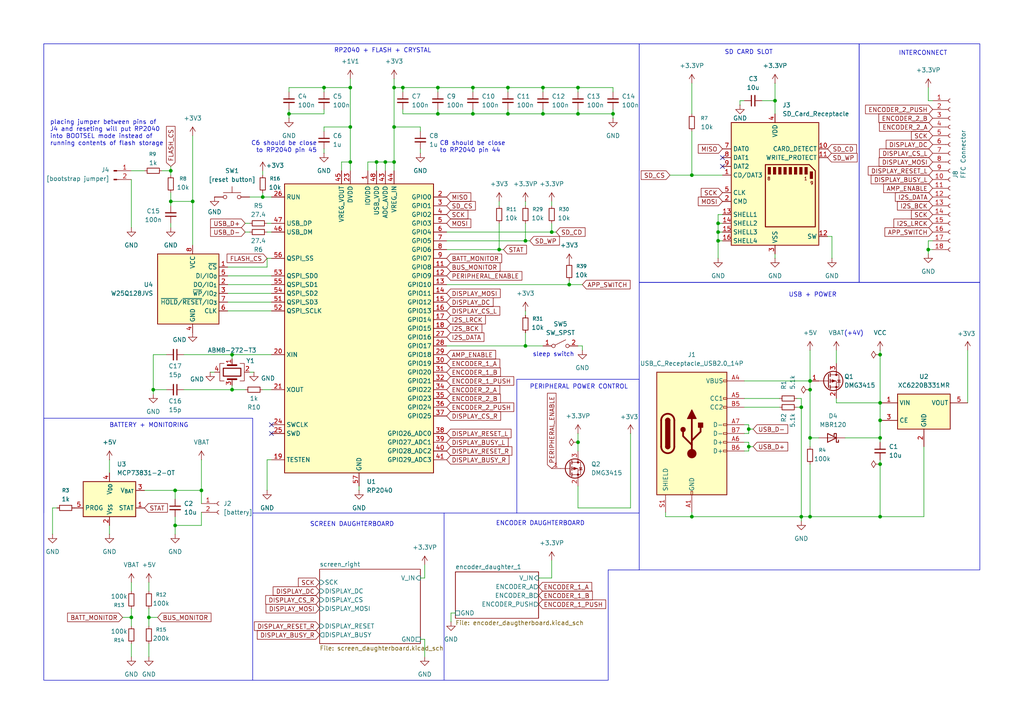
<source format=kicad_sch>
(kicad_sch (version 20250114) (generator "eeschema") (generator_version "9.0")
  (paper "A4")
  (rectangle (start 185.4 12.7) (end 249.2 81.9))
  (rectangle (start 12.7 121.3) (end 73.3 197.3))
  (rectangle (start 149.9 110) (end 185.4 148.8))
  (rectangle (start 185.4 81.9) (end 284.2 165.3))
  (rectangle (start 249.2 12.7) (end 284.2 81.9))
  (text "SCREEN DAUGHTERBOARD" (at 102.108 152.146 0) (effects (font (size 1.27 1.27))))
  (text "sleep switch" (at 160.528 102.87 0) (effects (font (size 1.27 1.27))))
  (text "SD CARD SLOT" (at 217.17 15.24 0) (effects (font (size 1.27 1.27))))
  (text "C8 should be close\nto RP2040 pin 44" (at 127.508 42.672 0) (effects (font (size 1.27 1.27)) (justify left)))
  (text "INTERCONNECT" (at 267.716 15.494 0) (effects (font (size 1.27 1.27))))
  (text "placing jumper between pins of\nJ4 and reseting will put RP2040\ninto BOOTSEL mode instead of\nrunning contents of flash storage" (at 14.478 34.798 0) (effects (font (size 1.27 1.27)) (justify left top)))
  (text "BATTERY + MONITORING" (at 43.18 123.444 0) (effects (font (size 1.27 1.27))))
  (text "ENCODER DAUGHTERBOARD" (at 156.718 151.892 0) (effects (font (size 1.27 1.27))))
  (text "C6 should be close\nto RP2040 pin 45" (at 91.948 42.672 0) (effects (font (size 1.27 1.27)) (justify right)))
  (text "(+4V)" (at 247.65 96.774 0) (effects (font (size 1.27 1.27))))
  (text "PERIPHERAL POWER CONTROL" (at 167.894 112.268 0) (effects (font (size 1.27 1.27))))
  (text "USB + POWER" (at 235.712 85.598 0) (effects (font (size 1.27 1.27))))
  (text "RP2040 + FLASH + CRYSTAL" (at 110.998 14.732 0) (effects (font (size 1.27 1.27))))
  (junction (at 116.84 25.4))
  (junction (at 200.66 149.86))
  (junction (at 127 25.4))
  (junction (at 127 33.02))
  (junction (at 101.6 46.99))
  (junction (at 147.32 25.4))
  (junction (at 50.8 152.4))
  (junction (at 50.8 142.24))
  (junction (at 49.53 49.53))
  (junction (at 269.24 72.39))
  (junction (at 217.17 124.46))
  (junction (at 137.16 33.02))
  (junction (at 200.66 50.8))
  (junction (at 49.53 58.42))
  (junction (at 83.82 33.02))
  (junction (at 255.27 121.92))
  (junction (at 58.42 142.24))
  (junction (at 232.41 149.86))
  (junction (at 114.3 46.99))
  (junction (at 234.95 149.86))
  (junction (at 114.3 25.4))
  (junction (at 152.4 100.33))
  (junction (at 234.95 127))
  (junction (at 167.64 25.4))
  (junction (at 255.27 134.62))
  (junction (at 144.78 72.39))
  (junction (at 255.27 127))
  (junction (at 232.41 118.11))
  (junction (at 152.4 69.85))
  (junction (at 93.98 25.4))
  (junction (at 167.64 128.27))
  (junction (at 114.3 36.83))
  (junction (at 217.17 129.54))
  (junction (at 177.8 33.02))
  (junction (at 208.28 67.31))
  (junction (at 160.02 67.31))
  (junction (at 137.16 25.4))
  (junction (at 111.76 46.99))
  (junction (at 224.79 29.21))
  (junction (at 165.1 82.55))
  (junction (at 109.22 46.99))
  (junction (at 167.64 33.02))
  (junction (at 255.27 116.84))
  (junction (at 44.45 113.03))
  (junction (at 55.88 58.42))
  (junction (at 234.95 110.49))
  (junction (at 38.1 179.07))
  (junction (at 101.6 36.83))
  (junction (at 234.95 113.03))
  (junction (at 208.28 69.85))
  (junction (at 255.27 149.86))
  (junction (at 43.18 179.07))
  (junction (at 67.31 102.87))
  (junction (at 255.27 102.87))
  (junction (at 101.6 25.4))
  (junction (at 76.2 57.15))
  (junction (at 147.32 33.02))
  (junction (at 157.48 25.4))
  (junction (at 67.31 113.03))
  (junction (at 157.48 33.02))
  (junction (at 208.28 64.77))
  (no_connect (at 209.55 45.72))
  (no_connect (at 209.55 48.26))
  (no_connect (at 78.74 125.73))
  (no_connect (at 78.74 123.19))
  (wire (pts (xy 93.98 25.4) (xy 93.98 26.67)))
  (wire (pts (xy 15.24 154.94) (xy 15.24 147.32)))
  (wire (pts (xy 38.1 49.53) (xy 41.91 49.53)))
  (wire (pts (xy 217.17 128.27) (xy 217.17 129.54)))
  (wire (pts (xy 160.02 162.56) (xy 160.02 167.64)))
  (wire (pts (xy 182.88 147.32) (xy 167.64 147.32)))
  (wire (pts (xy 234.95 127) (xy 234.95 129.54)))
  (wire (pts (xy 101.6 25.4) (xy 101.6 36.83)))
  (wire (pts (xy 83.82 26.67) (xy 83.82 25.4)))
  (wire (pts (xy 44.45 113.03) (xy 44.45 114.3)))
  (wire (pts (xy 72.39 57.15) (xy 76.2 57.15)))
  (wire (pts (xy 232.41 149.86) (xy 234.95 149.86)))
  (wire (pts (xy 93.98 33.02) (xy 83.82 33.02)))
  (wire (pts (xy 49.53 49.53) (xy 49.53 50.8)))
  (wire (pts (xy 58.42 133.35) (xy 58.42 142.24)))
  (wire (pts (xy 215.9 128.27) (xy 217.17 128.27)))
  (wire (pts (xy 77.47 64.77) (xy 78.74 64.77)))
  (wire (pts (xy 137.16 31.75) (xy 137.16 33.02)))
  (wire (pts (xy 121.92 36.83) (xy 114.3 36.83)))
  (wire (pts (xy 44.45 102.87) (xy 44.45 113.03)))
  (wire (pts (xy 177.8 33.02) (xy 177.8 31.75)))
  (polyline (pts (xy 128.8 148.8) (xy 128.8 197.3)))
  (wire (pts (xy 152.4 90.17) (xy 152.4 91.44)))
  (wire (pts (xy 43.18 179.07) (xy 43.18 181.61)))
  (wire (pts (xy 93.98 43.18) (xy 93.98 44.45)))
  (wire (pts (xy 93.98 36.83) (xy 101.6 36.83)))
  (wire (pts (xy 144.78 58.42) (xy 144.78 59.69)))
  (wire (pts (xy 152.4 69.85) (xy 129.54 69.85)))
  (wire (pts (xy 114.3 46.99) (xy 114.3 49.53)))
  (wire (pts (xy 77.47 77.47) (xy 77.47 74.93)))
  (wire (pts (xy 255.27 149.86) (xy 234.95 149.86)))
  (wire (pts (xy 43.18 176.53) (xy 43.18 179.07)))
  (wire (pts (xy 208.28 69.85) (xy 209.55 69.85)))
  (wire (pts (xy 49.53 58.42) (xy 55.88 58.42)))
  (wire (pts (xy 49.53 55.88) (xy 49.53 58.42)))
  (wire (pts (xy 99.06 46.99) (xy 101.6 46.99)))
  (wire (pts (xy 123.19 185.42) (xy 123.19 190.5)))
  (wire (pts (xy 55.88 58.42) (xy 55.88 71.12)))
  (wire (pts (xy 114.3 25.4) (xy 114.3 36.83)))
  (wire (pts (xy 217.17 129.54) (xy 218.44 129.54)))
  (wire (pts (xy 200.66 149.86) (xy 200.66 148.59)))
  (wire (pts (xy 77.47 67.31) (xy 78.74 67.31)))
  (wire (pts (xy 111.76 46.99) (xy 111.76 49.53)))
  (wire (pts (xy 66.04 77.47) (xy 77.47 77.47)))
  (wire (pts (xy 38.1 176.53) (xy 38.1 179.07)))
  (wire (pts (xy 240.03 68.58) (xy 241.3 68.58)))
  (wire (pts (xy 255.27 134.62) (xy 255.27 133.35)))
  (wire (pts (xy 232.41 115.57) (xy 232.41 118.11)))
  (wire (pts (xy 130.81 180.34) (xy 130.81 177.8)))
  (wire (pts (xy 215.9 110.49) (xy 234.95 110.49)))
  (polyline (pts (xy 12.7 148.8) (xy 12.7 12.7)))
  (wire (pts (xy 73.66 107.95) (xy 72.39 107.95)))
  (wire (pts (xy 269.24 72.39) (xy 269.24 69.85)))
  (wire (pts (xy 193.04 148.59) (xy 193.04 149.86)))
  (wire (pts (xy 71.12 64.77) (xy 72.39 64.77)))
  (wire (pts (xy 167.64 31.75) (xy 167.64 33.02)))
  (wire (pts (xy 77.47 133.35) (xy 78.74 133.35)))
  (wire (pts (xy 50.8 142.24) (xy 58.42 142.24)))
  (wire (pts (xy 242.57 101.6) (xy 242.57 105.41)))
  (wire (pts (xy 152.4 100.33) (xy 157.48 100.33)))
  (wire (pts (xy 129.54 100.33) (xy 152.4 100.33)))
  (wire (pts (xy 255.27 149.86) (xy 255.27 134.62)))
  (wire (pts (xy 232.41 149.86) (xy 200.66 149.86)))
  (wire (pts (xy 67.31 102.87) (xy 78.74 102.87)))
  (wire (pts (xy 66.04 85.09) (xy 78.74 85.09)))
  (wire (pts (xy 208.28 67.31) (xy 209.55 67.31)))
  (wire (pts (xy 167.64 25.4) (xy 167.64 26.67)))
  (wire (pts (xy 269.24 73.66) (xy 269.24 72.39)))
  (wire (pts (xy 267.97 149.86) (xy 267.97 129.54)))
  (wire (pts (xy 137.16 33.02) (xy 147.32 33.02)))
  (wire (pts (xy 177.8 26.67) (xy 177.8 25.4)))
  (wire (pts (xy 66.04 82.55) (xy 78.74 82.55)))
  (wire (pts (xy 93.98 38.1) (xy 93.98 36.83)))
  (wire (pts (xy 208.28 67.31) (xy 208.28 69.85)))
  (wire (pts (xy 214.63 29.21) (xy 214.63 30.48)))
  (wire (pts (xy 234.95 113.03) (xy 234.95 127)))
  (wire (pts (xy 127 33.02) (xy 137.16 33.02)))
  (wire (pts (xy 83.82 33.02) (xy 83.82 34.29)))
  (polyline (pts (xy 176.4 165.3) (xy 176.4 197.3)))
  (wire (pts (xy 160.02 58.42) (xy 160.02 59.69)))
  (wire (pts (xy 152.4 96.52) (xy 152.4 100.33)))
  (wire (pts (xy 109.22 46.99) (xy 109.22 49.53)))
  (wire (pts (xy 200.66 50.8) (xy 209.55 50.8)))
  (wire (pts (xy 50.8 149.86) (xy 50.8 152.4)))
  (wire (pts (xy 168.91 100.33) (xy 168.91 101.6)))
  (wire (pts (xy 114.3 22.86) (xy 114.3 25.4)))
  (wire (pts (xy 209.55 62.23) (xy 208.28 62.23)))
  (wire (pts (xy 157.48 33.02) (xy 167.64 33.02)))
  (wire (pts (xy 116.84 33.02) (xy 127 33.02)))
  (wire (pts (xy 200.66 24.13) (xy 200.66 33.02)))
  (wire (pts (xy 267.97 149.86) (xy 255.27 149.86)))
  (wire (pts (xy 101.6 22.86) (xy 101.6 25.4)))
  (wire (pts (xy 161.29 67.31) (xy 160.02 67.31)))
  (wire (pts (xy 269.24 29.21) (xy 270.51 29.21)))
  (wire (pts (xy 77.47 133.35) (xy 77.47 142.24)))
  (wire (pts (xy 49.53 48.26) (xy 49.53 49.53)))
  (wire (pts (xy 269.24 69.85) (xy 270.51 69.85)))
  (wire (pts (xy 76.2 55.88) (xy 76.2 57.15)))
  (wire (pts (xy 220.98 29.21) (xy 224.79 29.21)))
  (wire (pts (xy 58.42 142.24) (xy 58.42 146.05)))
  (wire (pts (xy 182.88 147.32) (xy 182.88 125.73)))
  (wire (pts (xy 76.2 49.53) (xy 76.2 50.8)))
  (wire (pts (xy 66.04 87.63) (xy 78.74 87.63)))
  (wire (pts (xy 93.98 31.75) (xy 93.98 33.02)))
  (wire (pts (xy 208.28 62.23) (xy 208.28 64.77)))
  (wire (pts (xy 53.34 113.03) (xy 67.31 113.03)))
  (wire (pts (xy 137.16 25.4) (xy 137.16 26.67)))
  (wire (pts (xy 116.84 25.4) (xy 114.3 25.4)))
  (wire (pts (xy 35.56 179.07) (xy 38.1 179.07)))
  (wire (pts (xy 147.32 33.02) (xy 157.48 33.02)))
  (wire (pts (xy 152.4 64.77) (xy 152.4 69.85)))
  (polyline (pts (xy 176.4 165.3) (xy 185.4 165.3)))
  (wire (pts (xy 66.04 90.17) (xy 78.74 90.17)))
  (wire (pts (xy 234.95 101.6) (xy 234.95 110.49)))
  (wire (pts (xy 93.98 25.4) (xy 101.6 25.4)))
  (wire (pts (xy 77.47 74.93) (xy 78.74 74.93)))
  (wire (pts (xy 67.31 113.03) (xy 71.12 113.03)))
  (wire (pts (xy 224.79 24.13) (xy 224.79 29.21)))
  (wire (pts (xy 31.75 133.35) (xy 31.75 137.16)))
  (wire (pts (xy 193.04 149.86) (xy 200.66 149.86)))
  (wire (pts (xy 137.16 25.4) (xy 147.32 25.4)))
  (wire (pts (xy 146.05 72.39) (xy 144.78 72.39)))
  (wire (pts (xy 157.48 25.4) (xy 167.64 25.4)))
  (wire (pts (xy 245.11 127) (xy 255.27 127)))
  (wire (pts (xy 58.42 152.4) (xy 50.8 152.4)))
  (wire (pts (xy 255.27 121.92) (xy 255.27 127)))
  (wire (pts (xy 217.17 124.46) (xy 217.17 125.73)))
  (wire (pts (xy 231.14 115.57) (xy 232.41 115.57)))
  (wire (pts (xy 31.75 152.4) (xy 31.75 154.94)))
  (wire (pts (xy 165.1 81.28) (xy 165.1 82.55)))
  (wire (pts (xy 83.82 33.02) (xy 83.82 31.75)))
  (wire (pts (xy 242.57 116.84) (xy 242.57 115.57)))
  (wire (pts (xy 38.1 168.91) (xy 38.1 171.45)))
  (wire (pts (xy 234.95 134.62) (xy 234.95 149.86)))
  (wire (pts (xy 224.79 73.66) (xy 224.79 74.93)))
  (wire (pts (xy 76.2 57.15) (xy 78.74 57.15)))
  (wire (pts (xy 255.27 116.84) (xy 255.27 121.92)))
  (wire (pts (xy 214.63 29.21) (xy 215.9 29.21)))
  (wire (pts (xy 104.14 142.24) (xy 104.14 140.97)))
  (polyline (pts (xy 73.3 148.8) (xy 149.9 148.8)))
  (wire (pts (xy 114.3 36.83) (xy 114.3 46.99)))
  (wire (pts (xy 43.18 179.07) (xy 45.72 179.07)))
  (wire (pts (xy 49.53 58.42) (xy 49.53 59.69)))
  (wire (pts (xy 269.24 25.4) (xy 269.24 29.21)))
  (wire (pts (xy 121.92 167.64) (xy 123.19 167.64)))
  (wire (pts (xy 217.17 124.46) (xy 218.44 124.46)))
  (wire (pts (xy 255.27 101.6) (xy 255.27 102.87)))
  (wire (pts (xy 49.53 49.53) (xy 46.99 49.53)))
  (wire (pts (xy 217.17 125.73) (xy 215.9 125.73)))
  (wire (pts (xy 234.95 127) (xy 237.49 127)))
  (wire (pts (xy 121.92 38.1) (xy 121.92 36.83)))
  (wire (pts (xy 101.6 46.99) (xy 101.6 49.53)))
  (wire (pts (xy 129.54 72.39) (xy 144.78 72.39)))
  (wire (pts (xy 101.6 36.83) (xy 101.6 46.99)))
  (wire (pts (xy 83.82 25.4) (xy 93.98 25.4)))
  (wire (pts (xy 217.17 129.54) (xy 217.17 130.81)))
  (wire (pts (xy 49.53 64.77) (xy 49.53 66.04)))
  (wire (pts (xy 60.96 107.95) (xy 62.23 107.95)))
  (wire (pts (xy 217.17 123.19) (xy 217.17 124.46)))
  (wire (pts (xy 147.32 31.75) (xy 147.32 33.02)))
  (wire (pts (xy 43.18 168.91) (xy 43.18 171.45)))
  (wire (pts (xy 208.28 64.77) (xy 209.55 64.77)))
  (wire (pts (xy 15.24 147.32) (xy 16.51 147.32)))
  (wire (pts (xy 99.06 49.53) (xy 99.06 46.99)))
  (wire (pts (xy 116.84 26.67) (xy 116.84 25.4)))
  (wire (pts (xy 242.57 116.84) (xy 255.27 116.84)))
  (wire (pts (xy 48.26 102.87) (xy 44.45 102.87)))
  (wire (pts (xy 234.95 110.49) (xy 234.95 113.03)))
  (wire (pts (xy 152.4 58.42) (xy 152.4 59.69)))
  (wire (pts (xy 127 31.75) (xy 127 33.02)))
  (wire (pts (xy 167.64 25.4) (xy 177.8 25.4)))
  (wire (pts (xy 194.31 50.8) (xy 200.66 50.8)))
  (polyline (pts (xy 12.7 12.7) (xy 185.4 12.7)))
  (wire (pts (xy 255.27 127) (xy 255.27 128.27)))
  (wire (pts (xy 50.8 142.24) (xy 50.8 144.78)))
  (wire (pts (xy 215.9 115.57) (xy 226.06 115.57)))
  (wire (pts (xy 157.48 25.4) (xy 157.48 26.67)))
  (wire (pts (xy 147.32 25.4) (xy 157.48 25.4)))
  (wire (pts (xy 224.79 29.21) (xy 224.79 33.02)))
  (wire (pts (xy 144.78 64.77) (xy 144.78 72.39)))
  (wire (pts (xy 165.1 82.55) (xy 168.91 82.55)))
  (wire (pts (xy 232.41 149.86) (xy 232.41 151.13)))
  (wire (pts (xy 153.67 69.85) (xy 152.4 69.85)))
  (wire (pts (xy 215.9 118.11) (xy 226.06 118.11)))
  (wire (pts (xy 66.04 80.01) (xy 78.74 80.01)))
  (wire (pts (xy 123.19 167.64) (xy 123.19 163.83)))
  (wire (pts (xy 106.68 46.99) (xy 109.22 46.99)))
  (wire (pts (xy 241.3 68.58) (xy 241.3 74.93)))
  (wire (pts (xy 147.32 25.4) (xy 147.32 26.67)))
  (wire (pts (xy 157.48 31.75) (xy 157.48 33.02)))
  (wire (pts (xy 167.64 147.32) (xy 167.64 140.97)))
  (wire (pts (xy 208.28 64.77) (xy 208.28 67.31)))
  (wire (pts (xy 111.76 46.99) (xy 114.3 46.99)))
  (wire (pts (xy 44.45 113.03) (xy 48.26 113.03)))
  (wire (pts (xy 167.64 33.02) (xy 177.8 33.02)))
  (wire (pts (xy 121.92 185.42) (xy 123.19 185.42)))
  (wire (pts (xy 109.22 46.99) (xy 111.76 46.99)))
  (wire (pts (xy 53.34 102.87) (xy 67.31 102.87)))
  (wire (pts (xy 255.27 102.87) (xy 255.27 116.84)))
  (wire (pts (xy 269.24 72.39) (xy 270.51 72.39)))
  (wire (pts (xy 208.28 69.85) (xy 208.28 74.93)))
  (wire (pts (xy 116.84 31.75) (xy 116.84 33.02)))
  (wire (pts (xy 55.88 39.37) (xy 55.88 58.42)))
  (wire (pts (xy 168.91 100.33) (xy 167.64 100.33)))
  (wire (pts (xy 127 25.4) (xy 137.16 25.4)))
  (wire (pts (xy 67.31 104.14) (xy 67.31 102.87)))
  (wire (pts (xy 156.21 167.64) (xy 160.02 167.64)))
  (wire (pts (xy 130.81 177.8) (xy 132.08 177.8)))
  (wire (pts (xy 160.02 67.31) (xy 129.54 67.31)))
  (wire (pts (xy 231.14 118.11) (xy 232.41 118.11)))
  (wire (pts (xy 71.12 67.31) (xy 72.39 67.31)))
  (wire (pts (xy 76.2 113.03) (xy 78.74 113.03)))
  (wire (pts (xy 160.02 64.77) (xy 160.02 67.31)))
  (wire (pts (xy 215.9 123.19) (xy 217.17 123.19)))
  (wire (pts (xy 167.64 128.27) (xy 167.64 130.81)))
  (wire (pts (xy 38.1 66.04) (xy 38.1 52.07)))
  (wire (pts (xy 280.67 101.6) (xy 280.67 116.84)))
  (wire (pts (xy 217.17 130.81) (xy 215.9 130.81)))
  (wire (pts (xy 116.84 25.4) (xy 127 25.4)))
  (wire (pts (xy 232.41 118.11) (xy 232.41 149.86)))
  (wire (pts (xy 121.92 43.18) (xy 121.92 44.45)))
  (polyline (pts (xy 73.3 197.3) (xy 176.4 197.3)))
  (wire (pts (xy 167.64 125.73) (xy 167.64 128.27)))
  (wire (pts (xy 127 25.4) (xy 127 26.67)))
  (wire (pts (xy 38.1 179.07) (xy 38.1 181.61)))
  (wire (pts (xy 50.8 152.4) (xy 50.8 154.94)))
  (wire (pts (xy 58.42 148.59) (xy 58.42 152.4)))
  (wire (pts (xy 41.91 142.24) (xy 50.8 142.24)))
  (wire (pts (xy 43.18 186.69) (xy 43.18 190.5)))
  (wire (pts (xy 177.8 33.02) (xy 177.8 34.29)))
  (wire (pts (xy 129.54 82.55) (xy 165.1 82.55)))
  (wire (pts (xy 67.31 113.03) (xy 67.31 111.76)))
  (wire (pts (xy 200.66 38.1) (xy 200.66 50.8)))
  (wire (pts (xy 106.68 49.53) (xy 106.68 46.99)))
  (wire (pts (xy 38.1 186.69) (xy 38.1 190.5)))
  (global_label "I2S_LRCK" (shape input) (at 129.54 92.71 0) (property "Intersheetrefs" "${INTERSHEET_REFS}" (effects (hide yes))))
  (global_label "SD_WP" (shape input) (at 153.67 69.85 0) (property "Intersheetrefs" "${INTERSHEET_REFS}" (effects (hide yes))))
  (global_label "I2S_LRCK" (shape input) (at 270.51 64.77 180) (property "Intersheetrefs" "${INTERSHEET_REFS}" (effects (hide yes))))
  (global_label "ENCODER_2_PUSH" (shape input) (at 129.54 118.11 0) (property "Intersheetrefs" "${INTERSHEET_REFS}" (effects (hide yes))))
  (global_label "SCK" (shape input) (at 129.54 62.23 0) (property "Intersheetrefs" "${INTERSHEET_REFS}" (effects (hide yes))))
  (global_label "PERIPHERAL_ENABLE" (shape input) (at 129.54 80.01 0) (property "Intersheetrefs" "${INTERSHEET_REFS}" (effects (hide yes))))
  (global_label "DISPLAY_CS_R" (shape input) (at 129.54 120.65 0) (property "Intersheetrefs" "${INTERSHEET_REFS}" (effects (hide yes))))
  (global_label "ENCODER_1_B" (shape input) (at 129.54 107.95 0) (property "Intersheetrefs" "${INTERSHEET_REFS}" (effects (hide yes))))
  (global_label "BATT_MONITOR" (shape input) (at 129.54 74.93 0) (property "Intersheetrefs" "${INTERSHEET_REFS}" (effects (hide yes))))
  (global_label "MOSI" (shape input) (at 209.55 58.42 180) (property "Intersheetrefs" "${INTERSHEET_REFS}" (effects (hide yes))))
  (global_label "DISPLAY_MOSI" (shape input) (at 92.71 176.53 180) (property "Intersheetrefs" "${INTERSHEET_REFS}" (effects (hide yes))))
  (global_label "FLASH_CS" (shape input) (at 49.53 48.26 90) (property "Intersheetrefs" "${INTERSHEET_REFS}" (effects (hide yes))))
  (global_label "ENCODER_2_B" (shape input) (at 270.51 34.29 180) (property "Intersheetrefs" "${INTERSHEET_REFS}" (effects (hide yes))))
  (global_label "DISPLAY_CS_R" (shape input) (at 92.71 173.99 180) (property "Intersheetrefs" "${INTERSHEET_REFS}" (effects (hide yes))))
  (global_label "ENCODER_1_A" (shape input) (at 129.54 105.41 0) (property "Intersheetrefs" "${INTERSHEET_REFS}" (effects (hide yes))))
  (global_label "STAT" (shape input) (at 146.05 72.39 0) (property "Intersheetrefs" "${INTERSHEET_REFS}" (effects (hide yes))))
  (global_label "ENCODER_1_PUSH" (shape input) (at 129.54 110.49 0) (property "Intersheetrefs" "${INTERSHEET_REFS}" (effects (hide yes))))
  (global_label "SD_CS" (shape input) (at 129.54 59.69 0) (property "Intersheetrefs" "${INTERSHEET_REFS}" (effects (hide yes))))
  (global_label "SD_CS" (shape input) (at 194.31 50.8 180) (property "Intersheetrefs" "${INTERSHEET_REFS}" (effects (hide yes))))
  (global_label "MOSI" (shape input) (at 129.54 64.77 0) (property "Intersheetrefs" "${INTERSHEET_REFS}" (effects (hide yes))))
  (global_label "DISPLAY_CS_L" (shape input) (at 270.51 44.45 180) (property "Intersheetrefs" "${INTERSHEET_REFS}" (effects (hide yes))))
  (global_label "I2S_BCK" (shape input) (at 129.54 95.25 0) (property "Intersheetrefs" "${INTERSHEET_REFS}" (effects (hide yes))))
  (global_label "ENCODER_1_B" (shape input) (at 156.21 172.72 0) (property "Intersheetrefs" "${INTERSHEET_REFS}" (effects (hide yes))))
  (global_label "BUS_MONITOR" (shape input) (at 45.72 179.07 0) (property "Intersheetrefs" "${INTERSHEET_REFS}" (effects (hide yes))))
  (global_label "I2S_DATA" (shape input) (at 270.51 57.15 180) (property "Intersheetrefs" "${INTERSHEET_REFS}" (effects (hide yes))))
  (global_label "DISPLAY_RESET_R" (shape input) (at 129.54 130.81 0) (property "Intersheetrefs" "${INTERSHEET_REFS}" (effects (hide yes))))
  (global_label "ENCODER_2_B" (shape input) (at 129.54 115.57 0) (property "Intersheetrefs" "${INTERSHEET_REFS}" (effects (hide yes))))
  (global_label "DISPLAY_BUSY_R" (shape input) (at 92.71 184.15 180) (property "Intersheetrefs" "${INTERSHEET_REFS}" (effects (hide yes))))
  (global_label "ENCODER_1_PUSH" (shape input) (at 156.21 175.26 0) (property "Intersheetrefs" "${INTERSHEET_REFS}" (effects (hide yes))))
  (global_label "SD_CD" (shape input) (at 161.29 67.31 0) (property "Intersheetrefs" "${INTERSHEET_REFS}" (effects (hide yes))))
  (global_label "APP_SWITCH" (shape input) (at 270.51 67.31 180) (property "Intersheetrefs" "${INTERSHEET_REFS}" (effects (hide yes))))
  (global_label "AMP_ENABLE" (shape input) (at 129.54 102.87 0) (property "Intersheetrefs" "${INTERSHEET_REFS}" (effects (hide yes))))
  (global_label "STAT" (shape input) (at 41.91 147.32 0) (property "Intersheetrefs" "${INTERSHEET_REFS}" (effects (hide yes))))
  (global_label "DISPLAY_DC" (shape input) (at 270.51 41.91 180) (property "Intersheetrefs" "${INTERSHEET_REFS}" (effects (hide yes))))
  (global_label "ENCODER_1_A" (shape input) (at 156.21 170.18 0) (property "Intersheetrefs" "${INTERSHEET_REFS}" (effects (hide yes))))
  (global_label "MISO" (shape input) (at 209.55 43.18 180) (property "Intersheetrefs" "${INTERSHEET_REFS}" (effects (hide yes))))
  (global_label "USB_D+" (shape input) (at 218.44 129.54 0) (property "Intersheetrefs" "${INTERSHEET_REFS}" (effects (hide yes))))
  (global_label "ENCODER_2_A" (shape input) (at 129.54 113.03 0) (property "Intersheetrefs" "${INTERSHEET_REFS}" (effects (hide yes))))
  (global_label "DISPLAY_BUSY_R" (shape input) (at 129.54 133.35 0) (property "Intersheetrefs" "${INTERSHEET_REFS}" (effects (hide yes))))
  (global_label "SD_WP" (shape input) (at 240.03 45.72 0) (property "Intersheetrefs" "${INTERSHEET_REFS}" (effects (hide yes))))
  (global_label "ENCODER_2_A" (shape input) (at 270.51 36.83 180) (property "Intersheetrefs" "${INTERSHEET_REFS}" (effects (hide yes))))
  (global_label "DISPLAY_DC" (shape input) (at 92.71 171.45 180) (property "Intersheetrefs" "${INTERSHEET_REFS}" (effects (hide yes))))
  (global_label "USB_D-" (shape input) (at 218.44 124.46 0) (property "Intersheetrefs" "${INTERSHEET_REFS}" (effects (hide yes))))
  (global_label "SCK" (shape input) (at 209.55 55.88 180) (property "Intersheetrefs" "${INTERSHEET_REFS}" (effects (hide yes))))
  (global_label "PERIPHERAL_ENABLE" (shape input) (at 160.02 135.89 90) (property "Intersheetrefs" "${INTERSHEET_REFS}" (effects (hide yes))))
  (global_label "FLASH_CS" (shape input) (at 77.47 74.93 180) (property "Intersheetrefs" "${INTERSHEET_REFS}" (effects (hide yes))))
  (global_label "APP_SWITCH" (shape input) (at 168.91 82.55 0) (property "Intersheetrefs" "${INTERSHEET_REFS}" (effects (hide yes))))
  (global_label "DISPLAY_DC" (shape input) (at 129.54 87.63 0) (property "Intersheetrefs" "${INTERSHEET_REFS}" (effects (hide yes))))
  (global_label "DISPLAY_CS_L" (shape input) (at 129.54 90.17 0) (property "Intersheetrefs" "${INTERSHEET_REFS}" (effects (hide yes))))
  (global_label "SD_CD" (shape input) (at 240.03 43.18 0) (property "Intersheetrefs" "${INTERSHEET_REFS}" (effects (hide yes))))
  (global_label "DISPLAY_BUSY_L" (shape input) (at 129.54 128.27 0) (property "Intersheetrefs" "${INTERSHEET_REFS}" (effects (hide yes))))
  (global_label "DISPLAY_RESET_L" (shape input) (at 270.51 49.53 180) (property "Intersheetrefs" "${INTERSHEET_REFS}" (effects (hide yes))))
  (global_label "DISPLAY_BUSY_L" (shape input) (at 270.51 52.07 180) (property "Intersheetrefs" "${INTERSHEET_REFS}" (effects (hide yes))))
  (global_label "USB_D-" (shape input) (at 71.12 67.31 180) (property "Intersheetrefs" "${INTERSHEET_REFS}" (effects (hide yes))))
  (global_label "MISO" (shape input) (at 129.54 57.15 0) (property "Intersheetrefs" "${INTERSHEET_REFS}" (effects (hide yes))))
  (global_label "ENCODER_2_PUSH" (shape input) (at 270.51 31.75 180) (property "Intersheetrefs" "${INTERSHEET_REFS}" (effects (hide yes))))
  (global_label "I2S_DATA" (shape input) (at 129.54 97.79 0) (property "Intersheetrefs" "${INTERSHEET_REFS}" (effects (hide yes))))
  (global_label "USB_D+" (shape input) (at 71.12 64.77 180) (property "Intersheetrefs" "${INTERSHEET_REFS}" (effects (hide yes))))
  (global_label "BUS_MONITOR" (shape input) (at 129.54 77.47 0) (property "Intersheetrefs" "${INTERSHEET_REFS}" (effects (hide yes))))
  (global_label "SCK" (shape input) (at 270.51 62.23 180) (property "Intersheetrefs" "${INTERSHEET_REFS}" (effects (hide yes))))
  (global_label "I2S_BCK" (shape input) (at 270.51 59.69 180) (property "Intersheetrefs" "${INTERSHEET_REFS}" (effects (hide yes))))
  (global_label "SCK" (shape input) (at 270.51 39.37 180) (property "Intersheetrefs" "${INTERSHEET_REFS}" (effects (hide yes))))
  (global_label "DISPLAY_RESET_R" (shape input) (at 92.71 181.61 180) (property "Intersheetrefs" "${INTERSHEET_REFS}" (effects (hide yes))))
  (global_label "DISPLAY_RESET_L" (shape input) (at 129.54 125.73 0) (property "Intersheetrefs" "${INTERSHEET_REFS}" (effects (hide yes))))
  (global_label "AMP_ENABLE" (shape input) (at 270.51 54.61 180) (property "Intersheetrefs" "${INTERSHEET_REFS}" (effects (hide yes))))
  (global_label "BATT_MONITOR" (shape input) (at 35.56 179.07 180) (property "Intersheetrefs" "${INTERSHEET_REFS}" (effects (hide yes))))
  (global_label "DISPLAY_MOSI" (shape input) (at 129.54 85.09 0) (property "Intersheetrefs" "${INTERSHEET_REFS}" (effects (hide yes))))
  (global_label "DISPLAY_MOSI" (shape input) (at 270.51 46.99 180) (property "Intersheetrefs" "${INTERSHEET_REFS}" (effects (hide yes))))
  (global_label "SCK" (shape input) (at 92.71 168.91 180) (property "Intersheetrefs" "${INTERSHEET_REFS}" (effects (hide yes))))
  (symbol (lib_id "Device:C_Small") (at 116.84 29.21 0) (unit 1)
    (property "Reference" "C7" (at 119.38 27.9462 0) (effects (justify left)))
    (property "Value" "100n" (at 119.38 30.4862 0) (effects (justify left)))
    (property "Footprint" "Capacitor_SMD:C_1206_3216Metric" (effects (hide yes)))
    (property "Description" "Unpolarized capacitor, small symbol" (effects (hide yes)))
  )
  (symbol (lib_id "power:GND") (at 60.96 107.95 0) (unit 1)
    (property "Reference" "#PWR041" (effects (hide yes)))
    (property "Value" "GND" (at 57.15 109.982 0))
    (property "Description" "Power symbol creates a global label with name \"GND\" , ground" (effects (hide yes)))
  )
  (symbol (lib_id "power:GND") (at 44.45 114.3 0) (unit 1)
    (property "Reference" "#PWR039" (effects (hide yes)))
    (property "Value" "GND" (at 44.45 119.38 0))
    (property "Description" "Power symbol creates a global label with name \"GND\" , ground" (effects (hide yes)))
  )
  (symbol (lib_id "power:GND") (at 208.28 74.93 0) (unit 1)
    (property "Reference" "#PWR022" (effects (hide yes)))
    (property "Value" "GND" (at 206.248 80.01 0) (effects (justify left)))
    (property "Description" "Power symbol creates a global label with name \"GND\" , ground" (effects (hide yes)))
  )
  (symbol (lib_name "R_Small_4") (lib_id "Device:R_Small") (at 38.1 173.99 180) (unit 1)
    (property "Reference" "R13" (at 34.544 175.514 0) (effects (font (size 1.016 1.016))))
    (property "Value" "100k" (at 34.544 172.974 0))
    (property "Footprint" "Resistor_SMD:R_1206_3216Metric" (effects (hide yes)))
    (property "Description" "Resistor, small symbol" (effects (hide yes)))
  )
  (symbol (lib_id "power:+3.3VP") (at 160.02 162.56 0) (unit 1)
    (property "Reference" "#PWR02" (effects (hide yes)))
    (property "Value" "+3.3VP" (at 160.02 157.48 0))
    (property "Description" "Power symbol creates a global label with name \"+3.3VP\"" (effects (hide yes)))
  )
  (symbol (lib_id "power:+3V3") (at 182.88 125.73 0) (unit 1)
    (property "Reference" "#PWR027" (effects (hide yes)))
    (property "Value" "+3V3" (at 179.832 120.904 0) (effects (justify left)))
    (property "Description" "Power symbol creates a global label with name \"+3V3\"" (effects (hide yes)))
  )
  (symbol (lib_id "power:GND") (at 31.75 154.94 0) (unit 1)
    (property "Reference" "#PWR010" (effects (hide yes)))
    (property "Value" "GND" (at 31.75 160.02 0))
    (property "Description" "Power symbol creates a global label with name \"GND\" , ground" (effects (hide yes)))
  )
  (symbol (lib_id "Device:C_Small") (at 137.16 29.21 0) (unit 1)
    (property "Reference" "C10" (at 139.7 27.9462 0) (effects (justify left)))
    (property "Value" "100n" (at 139.7 30.4862 0) (effects (justify left)))
    (property "Footprint" "Capacitor_SMD:C_1206_3216Metric" (effects (hide yes)))
    (property "Description" "Unpolarized capacitor, small symbol" (effects (hide yes)))
  )
  (symbol (lib_name "R_Small_3") (lib_id "Device:R_Small") (at 200.66 35.56 0) (unit 1)
    (property "Reference" "R7" (at 203.2 34.2899 0) (effects (font (size 1.016 1.016)) (justify left)))
    (property "Value" "10k" (at 203.2 36.8299 0) (effects (justify left)))
    (property "Footprint" "Resistor_SMD:R_1206_3216Metric" (effects (hide yes)))
    (property "Description" "Resistor, small symbol" (effects (hide yes)))
  )
  (symbol (lib_id "power:GND") (at 121.92 44.45 0) (unit 1)
    (property "Reference" "#PWR032" (effects (hide yes)))
    (property "Value" "GND" (at 121.92 49.53 0))
    (property "Description" "Power symbol creates a global label with name \"GND\" , ground" (effects (hide yes)))
  )
  (symbol (lib_id "Regulator_Linear:XC6220B331MR") (at 267.97 119.38 0) (unit 1)
    (property "Reference" "U2" (at 267.97 109.22 0))
    (property "Value" "XC6220B331MR" (at 267.97 111.76 0))
    (property "Footprint" "Package_TO_SOT_SMD:SOT-23-5" (effects (hide yes)))
    (property "Datasheet" "https://www.torexsemi.com/file/xc6220/XC6220.pdf" (effects (hide yes)))
    (property "Description" "1A, Low Drop-out Voltage Regulator, Fixed Output 3.3V, SOT-23-5" (effects (hide yes)))
  )
  (symbol (lib_id "power:GND") (at 73.66 107.95 0) (unit 1)
    (property "Reference" "#PWR040" (effects (hide yes)))
    (property "Value" "GND" (at 77.724 109.728 0))
    (property "Description" "Power symbol creates a global label with name \"GND\" , ground" (effects (hide yes)))
  )
  (symbol (lib_name "R_Small_4") (lib_id "Device:R_Small") (at 44.45 49.53 90) (unit 1)
    (property "Reference" "R9" (at 43.18 44.704 90) (effects (font (size 1.016 1.016)) (justify right)))
    (property "Value" "1k" (at 43.18 47.244 90) (effects (justify right)))
    (property "Footprint" "Resistor_SMD:R_1206_3216Metric" (effects (hide yes)))
    (property "Description" "Resistor, small symbol" (effects (hide yes)))
  )
  (symbol (lib_id "Device:C_Small") (at 167.64 29.21 0) (unit 1)
    (property "Reference" "C13" (at 170.18 27.9462 0) (effects (justify left)))
    (property "Value" "100n" (at 170.18 30.4862 0) (effects (justify left)))
    (property "Footprint" "Capacitor_SMD:C_1206_3216Metric" (effects (hide yes)))
    (property "Description" "Unpolarized capacitor, small symbol" (effects (hide yes)))
  )
  (symbol (lib_id "power:+3V3") (at 144.78 58.42 0) (unit 1)
    (property "Reference" "#PWR05" (effects (hide yes)))
    (property "Value" "+3V3" (at 144.78 53.34 0))
    (property "Description" "Power symbol creates a global label with name \"+3V3\"" (effects (hide yes)))
  )
  (symbol (lib_name "R_Small_4") (lib_id "Device:R_Small") (at 49.53 53.34 0) (unit 1)
    (property "Reference" "R8" (at 53.086 51.816 0) (effects (font (size 1.016 1.016))))
    (property "Value" "10k" (at 53.086 54.356 0))
    (property "Footprint" "Resistor_SMD:R_1206_3216Metric" (effects (hide yes)))
    (property "Description" "Resistor, small symbol" (effects (hide yes)))
  )
  (symbol (lib_id "Device:C_Small") (at 93.98 40.64 0) (unit 1)
    (property "Reference" "C6" (at 96.52 39.3762 0) (effects (justify left)))
    (property "Value" "1u" (at 96.52 41.9162 0) (effects (justify left)))
    (property "Footprint" "Capacitor_SMD:C_0805_2012Metric" (effects (hide yes)))
    (property "Description" "Unpolarized capacitor, small symbol" (effects (hide yes)))
  )
  (symbol (lib_id "Memory_Flash:W25Q128JVS") (at 55.88 83.82 180) (unit 1)
    (property "Reference" "U4" (at 44.45 82.5499 0) (effects (justify left)))
    (property "Value" "W25Q128JVS" (at 44.45 85.0899 0) (effects (justify left)))
    (property "Footprint" "Package_SO:SOIC-8_5.3x5.3mm_P1.27mm" (effects (hide yes)))
    (property "Datasheet" "https://www.winbond.com/resource-files/w25q128jv_dtr%20revc%2003272018%20plus.pdf" (effects (hide yes)))
    (property "Description" "128Mbit / 16MiB Serial Flash Memory, Standard/Dual/Quad SPI, 2.7-3.6V, SOIC-8" (effects (hide yes)))
  )
  (symbol (lib_name "R_Small_4") (lib_id "Device:R_Small") (at 43.18 184.15 0) (unit 1)
    (property "Reference" "R15" (at 46.736 182.626 0) (effects (font (size 1.016 1.016))))
    (property "Value" "200k" (at 46.736 185.166 0))
    (property "Footprint" "Resistor_SMD:R_0805_2012Metric" (effects (hide yes)))
    (property "Description" "Resistor, small symbol" (effects (hide yes)))
  )
  (symbol (lib_id "Device:C_Small") (at 50.8 102.87 270) (unit 1)
    (property "Reference" "C17" (at 50.8 106.172 90))
    (property "Value" "15p" (at 50.8 108.712 90))
    (property "Footprint" "Capacitor_SMD:C_0805_2012Metric" (effects (hide yes)))
    (property "Description" "Unpolarized capacitor, small symbol" (effects (hide yes)))
  )
  (symbol (lib_id "power:+3V3") (at 280.67 101.6 0) (unit 1)
    (property "Reference" "#PWR09" (effects (hide yes)))
    (property "Value" "+3V3" (at 277.622 96.774 0) (effects (justify left)))
    (property "Description" "Power symbol creates a global label with name \"+3V3\"" (effects (hide yes)))
  )
  (symbol (lib_id "Device:C_Small") (at 121.92 40.64 0) (unit 1)
    (property "Reference" "C8" (at 124.46 39.3762 0) (effects (justify left)))
    (property "Value" "1u" (at 124.46 41.9162 0) (effects (justify left)))
    (property "Footprint" "Capacitor_SMD:C_0805_2012Metric" (effects (hide yes)))
    (property "Description" "Unpolarized capacitor, small symbol" (effects (hide yes)))
  )
  (symbol (lib_id "power:+3V3") (at 76.2 49.53 0) (unit 1)
    (property "Reference" "#PWR043" (effects (hide yes)))
    (property "Value" "+3V3" (at 79.756 48.006 0))
    (property "Description" "Power symbol creates a global label with name \"+3V3\"" (effects (hide yes)))
  )
  (symbol (lib_id "power:+5V") (at 234.95 101.6 0) (unit 1)
    (property "Reference" "#PWR03" (effects (hide yes)))
    (property "Value" "+5V" (at 234.95 96.52 0))
    (property "Description" "Power symbol creates a global label with name \"+5V\"" (effects (hide yes)))
  )
  (symbol (lib_id "Device:C_Small") (at 255.27 130.81 0) (unit 1)
    (property "Reference" "C1" (at 257.81 129.5462 0) (effects (justify left)))
    (property "Value" "10u" (at 257.81 132.0862 0) (effects (justify left)))
    (property "Footprint" "Capacitor_SMD:C_0805_2012Metric" (effects (hide yes)))
    (property "Description" "Unpolarized capacitor, small symbol" (effects (hide yes)))
  )
  (symbol (lib_id "power:GND") (at 55.88 96.52 0) (unit 1)
    (property "Reference" "#PWR037" (effects (hide yes)))
    (property "Value" "GND" (at 52.07 98.552 0))
    (property "Description" "Power symbol creates a global label with name \"GND\" , ground" (effects (hide yes)))
  )
  (symbol (lib_id "Switch:SW_Push") (at 67.31 57.15 0) (unit 1)
    (property "Reference" "SW1" (at 67.31 49.53 0))
    (property "Value" "[reset button]" (at 67.31 52.07 0))
    (property "Description" "Push button switch, generic, two pins" (effects (hide yes)))
  )
  (symbol (lib_id "Device:C_Small") (at 93.98 29.21 0) (unit 1)
    (property "Reference" "C5" (at 96.52 27.9462 0) (effects (justify left)))
    (property "Value" "100n" (at 96.52 30.4862 0) (effects (justify left)))
    (property "Footprint" "Capacitor_SMD:C_1206_3216Metric" (effects (hide yes)))
    (property "Description" "Unpolarized capacitor, small symbol" (effects (hide yes)))
  )
  (symbol (lib_id "power:+4V") (at 58.42 133.35 0) (unit 1)
    (property "Reference" "#PWR013" (effects (hide yes)))
    (property "Value" "VBAT" (at 56.134 128.27 0) (effects (justify left)))
    (property "Description" "Power symbol creates a global label with name \"+4V\"" (effects (hide yes)))
  )
  (symbol (lib_id "power:+3.3VP") (at 224.79 24.13 0) (unit 1)
    (property "Reference" "#PWR023" (effects (hide yes)))
    (property "Value" "+3.3VP" (at 224.79 19.05 0))
    (property "Description" "Power symbol creates a global label with name \"+3.3VP\"" (effects (hide yes)))
  )
  (symbol (lib_id "Device:C_Small") (at 49.53 62.23 180) (unit 1)
    (property "Reference" "C15" (at 44.45 61.214 0))
    (property "Value" "100n" (at 44.45 63.754 0))
    (property "Footprint" "Capacitor_SMD:C_1206_3216Metric" (effects (hide yes)))
    (property "Description" "Unpolarized capacitor, small symbol" (effects (hide yes)))
  )
  (symbol (lib_id "Device:C_Small") (at 157.48 29.21 0) (unit 1)
    (property "Reference" "C12" (at 160.02 27.9462 0) (effects (justify left)))
    (property "Value" "100n" (at 160.02 30.4862 0) (effects (justify left)))
    (property "Footprint" "Capacitor_SMD:C_1206_3216Metric" (effects (hide yes)))
    (property "Description" "Unpolarized capacitor, small symbol" (effects (hide yes)))
  )
  (symbol (lib_id "Device:Q_PMOS_GSD") (at 240.03 110.49 0) (unit 1)
    (property "Reference" "Q1" (at 244.856 109.22 0) (effects (justify left)))
    (property "Value" "DMG3415" (at 244.856 111.76 0) (effects (justify left)))
    (property "Footprint" "Package_TO_SOT_SMD:SOT-23" (effects (hide yes)))
  )
  (symbol (lib_id "Device:C_Small") (at 147.32 29.21 0) (unit 1)
    (property "Reference" "C11" (at 149.86 27.9462 0) (effects (justify left)))
    (property "Value" "100n" (at 149.86 30.4862 0) (effects (justify left)))
    (property "Footprint" "Capacitor_SMD:C_1206_3216Metric" (effects (hide yes)))
    (property "Description" "Unpolarized capacitor, small symbol" (effects (hide yes)))
  )
  (symbol (lib_id "Device:C_Small") (at 177.8 29.21 0) (unit 1)
    (property "Reference" "C14" (at 180.34 27.9462 0) (effects (justify left)))
    (property "Value" "100n" (at 180.34 30.4862 0) (effects (justify left)))
    (property "Footprint" "Capacitor_SMD:C_1206_3216Metric" (effects (hide yes)))
    (property "Description" "Unpolarized capacitor, small symbol" (effects (hide yes)))
  )
  (symbol (lib_id "Connector:SD_Card_Receptacle") (at 224.79 53.34 0) (unit 1)
    (property "Reference" "J3" (at 226.9333 30.48 0) (effects (justify left)))
    (property "Value" "SD_Card_Receptacle" (at 226.9333 33.02 0) (effects (justify left)))
    (property "Footprint" "Connector_Card:SD_Hirose_DM1AA_SF_PEJ82" (effects (hide yes)))
    (property "Datasheet" "http://portal.fciconnect.com/Comergent//fci/drawing/10067847.pdf" (effects (hide yes)))
    (property "Description" "SD card receptacle" (effects (hide yes)))
  )
  (symbol (lib_name "R_Small_4") (lib_id "Device:R_Small") (at 43.18 173.99 0) (unit 1)
    (property "Reference" "R12" (at 46.736 172.466 0) (effects (font (size 1.016 1.016))))
    (property "Value" "100k" (at 46.736 175.006 0))
    (property "Footprint" "Resistor_SMD:R_1206_3216Metric" (effects (hide yes)))
    (property "Description" "Resistor, small symbol" (effects (hide yes)))
  )
  (symbol (lib_id "power:+4V") (at 38.1 168.91 0) (unit 1)
    (property "Reference" "#PWR017" (effects (hide yes)))
    (property "Value" "VBAT" (at 38.1 163.83 0))
    (property "Description" "Power symbol creates a global label with name \"+4V\"" (effects (hide yes)))
  )
  (symbol (lib_id "Connector:USB_C_Receptacle_USB2.0_14P") (at 200.66 125.73 0) (unit 1)
    (property "Reference" "J1" (at 200.66 102.87 0))
    (property "Value" "USB_C_Receptacle_USB2.0_14P" (at 200.66 105.41 0))
    (property "Footprint" "Connector_USB:USB_C_Receptacle_GCT_USB4105-xx-A_16P_TopMnt_Horizontal" (effects (hide yes)))
    (property "Datasheet" "https://www.usb.org/sites/default/files/documents/usb_type-c.zip" (effects (hide yes)))
    (property "Description" "USB 2.0-only 14P Type-C Receptacle connector" (effects (hide yes)))
  )
  (symbol (lib_id "MCU_RaspberryPi:RP2040") (at 104.14 95.25 0) (unit 1)
    (property "Reference" "U1" (at 106.3341 139.7 0) (effects (justify left)))
    (property "Value" "RP2040" (at 106.3341 142.24 0) (effects (justify left)))
    (property "Footprint" "Package_DFN_QFN:QFN-56-1EP_7x7mm_P0.4mm_EP3.2x3.2mm" (effects (hide yes)))
    (property "Datasheet" "https://datasheets.raspberrypi.com/rp2040/rp2040-datasheet.pdf" (effects (hide yes)))
    (property "Description" "A microcontroller by Raspberry Pi" (effects (hide yes)))
  )
  (symbol (lib_id "power:+1V1") (at 101.6 22.86 0) (unit 1)
    (property "Reference" "#PWR028" (effects (hide yes)))
    (property "Value" "+1V1" (at 101.6 17.78 0))
    (property "Description" "Power symbol creates a global label with name \"+1V1\"" (effects (hide yes)))
  )
  (symbol (lib_id "power:+5V") (at 43.18 168.91 0) (unit 1)
    (property "Reference" "#PWR018" (effects (hide yes)))
    (property "Value" "+5V" (at 43.18 163.83 0))
    (property "Description" "Power symbol creates a global label with name \"+5V\"" (effects (hide yes)))
  )
  (symbol (lib_id "power:+3.3VP") (at 269.24 25.4 0) (unit 1)
    (property "Reference" "#PWR0112" (effects (hide yes)))
    (property "Value" "+3.3VP" (at 269.24 20.32 0))
    (property "Description" "Power symbol creates a global label with name \"+3.3VP\"" (effects (hide yes)))
  )
  (symbol (lib_id "Device:D_Schottky") (at 241.3 127 180) (unit 1)
    (property "Reference" "D4" (at 241.6175 120.65 0))
    (property "Value" "MBR120" (at 241.6175 123.19 0))
    (property "Footprint" "Diode_SMD:D_SOD-123" (effects (hide yes)))
  )
  (symbol (lib_name "R_Small_4") (lib_id "Device:R_Small") (at 144.78 62.23 0) (unit 1)
    (property "Reference" "R11" (at 148.336 60.706 0) (effects (font (size 1.016 1.016))))
    (property "Value" "10k" (at 148.336 63.246 0))
    (property "Footprint" "Resistor_SMD:R_1206_3216Metric" (effects (hide yes)))
    (property "Description" "Resistor, small symbol" (effects (hide yes)))
  )
  (symbol (lib_id "power:+3V3") (at 165.1 76.2 0) (unit 1)
    (property "Reference" "#PWR0110" (effects (hide yes)))
    (property "Value" "+3V3" (at 165.1 71.12 0))
    (property "Description" "Power symbol creates a global label with name \"+3V3\"" (effects (hide yes)))
  )
  (symbol (lib_id "power:GND") (at 214.63 30.48 0) (unit 1)
    (property "Reference" "#PWR024" (effects (hide yes)))
    (property "Value" "GND" (at 212.598 34.29 0) (effects (justify left)))
    (property "Description" "Power symbol creates a global label with name \"GND\" , ground" (effects (hide yes)))
  )
  (symbol (lib_id "Device:Q_PMOS_GSD") (at 165.1 135.89 0) (unit 1)
    (property "Reference" "Q2" (at 171.45 134.6199 0) (effects (justify left)))
    (property "Value" "DMG3415" (at 171.45 137.1599 0) (effects (justify left)))
    (property "Footprint" "Package_TO_SOT_SMD:SOT-23" (effects (hide yes)))
  )
  (symbol (lib_id "power:GND") (at 232.41 151.13 0) (unit 1)
    (property "Reference" "#PWR01" (effects (hide yes)))
    (property "Value" "GND" (at 232.41 156.21 0))
    (property "Description" "Power symbol creates a global label with name \"GND\" , ground" (effects (hide yes)))
  )
  (symbol (lib_id "power:+5V") (at 31.75 133.35 0) (unit 1)
    (property "Reference" "#PWR011" (effects (hide yes)))
    (property "Value" "+5V" (at 31.75 128.27 0))
    (property "Description" "Power symbol creates a global label with name \"+5V\"" (effects (hide yes)))
  )
  (symbol (lib_id "power:GND") (at 241.3 74.93 0) (unit 1)
    (property "Reference" "#PWR07" (effects (hide yes)))
    (property "Value" "GND" (at 241.3 80.01 0))
    (property "Description" "Power symbol creates a global label with name \"GND\" , ground" (effects (hide yes)))
  )
  (symbol (lib_id "Device:C_Small") (at 50.8 147.32 0) (unit 1)
    (property "Reference" "C2" (at 53.34 146.0562 0) (effects (justify left)))
    (property "Value" "10u" (at 53.34 148.5962 0) (effects (justify left)))
    (property "Footprint" "Capacitor_SMD:C_0805_2012Metric" (effects (hide yes)))
    (property "Description" "Unpolarized capacitor, small symbol" (effects (hide yes)))
  )
  (symbol (lib_id "power:GND") (at 38.1 190.5 0) (unit 1)
    (property "Reference" "#PWR016" (effects (hide yes)))
    (property "Value" "GND" (at 38.1 195.58 0))
    (property "Description" "Power symbol creates a global label with name \"GND\" , ground" (effects (hide yes)))
  )
  (symbol (lib_id "power:GND") (at 269.24 73.66 0) (unit 1)
    (property "Reference" "#PWR0113" (effects (hide yes)))
    (property "Value" "GND" (at 269.24 78.74 0))
    (property "Description" "Power symbol creates a global label with name \"GND\" , ground" (effects (hide yes)))
  )
  (symbol (lib_id "power:GND") (at 83.82 34.29 0) (unit 1)
    (property "Reference" "#PWR031" (effects (hide yes)))
    (property "Value" "GND" (at 83.82 39.37 0))
    (property "Description" "Power symbol creates a global label with name \"GND\" , ground" (effects (hide yes)))
  )
  (symbol (lib_name "R_Small_4") (lib_id "Device:R_Small") (at 234.95 132.08 0) (unit 1)
    (property "Reference" "R4" (at 238.506 130.556 0) (effects (font (size 1.016 1.016))))
    (property "Value" "100k" (at 238.506 133.096 0))
    (property "Footprint" "Resistor_SMD:R_1206_3216Metric" (effects (hide yes)))
    (property "Description" "Resistor, small symbol" (effects (hide yes)))
  )
  (symbol (lib_name "R_Small_4") (lib_id "Device:R_Small") (at 152.4 93.98 0) (unit 1)
    (property "Reference" "R31" (at 155.956 92.456 0) (effects (font (size 1.016 1.016))))
    (property "Value" "10k" (at 155.956 94.996 0))
    (property "Footprint" "Resistor_SMD:R_1206_3216Metric" (effects (hide yes)))
    (property "Description" "Resistor, small symbol" (effects (hide yes)))
  )
  (symbol (lib_name "R_Small_1") (lib_id "Device:R_Small") (at 19.05 147.32 90) (unit 1)
    (property "Reference" "R3" (at 19.05 142.24 90) (effects (font (size 1.016 1.016))))
    (property "Value" "1k" (at 19.05 144.78 90))
    (property "Footprint" "Resistor_SMD:R_1206_3216Metric" (effects (hide yes)))
    (property "Description" "Resistor, small symbol" (effects (hide yes)))
  )
  (symbol (lib_id "power:GND") (at 50.8 154.94 0) (unit 1)
    (property "Reference" "#PWR014" (effects (hide yes)))
    (property "Value" "GND" (at 50.8 160.02 0))
    (property "Description" "Power symbol creates a global label with name \"GND\" , ground" (effects (hide yes)))
  )
  (symbol (lib_id "Device:Crystal_GND24") (at 67.31 107.95 270) (unit 1)
    (property "Reference" "Y1" (at 72.644 104.648 90))
    (property "Value" "ABM8-272-T3" (at 67.31 101.6 90))
    (property "Footprint" "Crystal:Crystal_SMD_3225-4Pin_3.2x2.5mm" (effects (hide yes)))
    (property "Description" "Four pin crystal, GND on pins 2 and 4" (effects (hide yes)))
  )
  (symbol (lib_id "power:PWR_FLAG") (at 234.95 113.03 90) (unit 1)
    (property "Reference" "#FLG01" (effects (hide yes)))
    (property "Value" "PWR_FLAG" (effects (hide yes)))
    (property "Description" "Special symbol for telling ERC where power comes from" (effects (hide yes)))
  )
  (symbol (lib_name "R_Small_4") (lib_id "Device:R_Small") (at 165.1 78.74 0) (unit 1)
    (property "Reference" "R39" (at 168.656 77.216 0) (effects (font (size 1.016 1.016))))
    (property "Value" "10k" (at 168.656 79.756 0))
    (property "Footprint" "Resistor_SMD:R_1206_3216Metric" (effects (hide yes)))
    (property "Description" "Resistor, small symbol" (effects (hide yes)))
  )
  (symbol (lib_id "power:GND") (at 77.47 142.24 0) (unit 1)
    (property "Reference" "#PWR020" (effects (hide yes)))
    (property "Value" "GND" (at 75.438 147.32 0) (effects (justify left)))
    (property "Description" "Power symbol creates a global label with name \"GND\" , ground" (effects (hide yes)))
  )
  (symbol (lib_id "Connector:Conn_01x02_Pin") (at 33.02 49.53 0) (unit 1)
    (property "Reference" "J4" (at 31.75 49.276 0) (effects (justify right)))
    (property "Value" "[bootstrap jumper]" (at 31.75 51.816 0) (effects (justify right)))
    (property "Footprint" "Connector_PinHeader_1.00mm:PinHeader_1x02_P1.00mm_Vertical" (effects (hide yes)))
    (property "Description" "Generic connector, single row, 01x02, script generated" (effects (hide yes)))
  )
  (symbol (lib_id "power:+3V3") (at 114.3 22.86 0) (unit 1)
    (property "Reference" "#PWR029" (effects (hide yes)))
    (property "Value" "+3V3" (at 114.3 17.78 0))
    (property "Description" "Power symbol creates a global label with name \"+3V3\"" (effects (hide yes)))
  )
  (symbol (lib_id "Switch:SW_SPST") (at 162.56 100.33 0) (unit 1)
    (property "Reference" "SW5" (at 162.56 93.98 0))
    (property "Value" "SW_SPST" (at 162.56 96.52 0))
    (property "Description" "Single Pole Single Throw (SPST) switch" (effects (hide yes)))
  )
  (symbol (lib_id "Connector:Conn_01x02_Socket") (at 63.5 146.05 0) (unit 1)
    (property "Reference" "J2" (at 64.77 146.0499 0) (effects (justify left)))
    (property "Value" "[battery]" (at 64.77 148.5899 0) (effects (justify left)))
    (property "Footprint" "Connector_JST:JST_PH_S2B-PH-K_1x02_P2.00mm_Horizontal" (effects (hide yes)))
    (property "Description" "Generic connector, single row, 01x02, script generated" (effects (hide yes)))
  )
  (symbol (lib_id "power:GND") (at 104.14 142.24 0) (unit 1)
    (property "Reference" "#PWR019" (effects (hide yes)))
    (property "Value" "GND" (at 104.14 147.32 0))
    (property "Description" "Power symbol creates a global label with name \"GND\" , ground" (effects (hide yes)))
  )
  (symbol (lib_id "Device:R_Small") (at 228.6 115.57 90) (unit 1)
    (property "Reference" "R1" (at 227.33 113.03 0) (effects (justify left)))
    (property "Value" "5.1k" (at 229.87 113.03 0) (effects (justify left)))
    (property "Footprint" "Resistor_SMD:R_0805_2012Metric" (effects (hide yes)))
    (property "Description" "Resistor, small symbol" (effects (hide yes)))
  )
  (symbol (lib_id "power:PWR_FLAG") (at 167.64 128.27 90) (unit 1)
    (property "Reference" "#FLG04" (effects (hide yes)))
    (property "Value" "PWR_FLAG" (effects (hide yes)))
    (property "Description" "Special symbol for telling ERC where power comes from" (effects (hide yes)))
  )
  (symbol (lib_id "power:+3.3VP") (at 160.02 58.42 0) (unit 1)
    (property "Reference" "#PWR0106" (effects (hide yes)))
    (property "Value" "+3.3VP" (at 160.02 53.34 0))
    (property "Description" "Power symbol creates a global label with name \"+3.3VP\"" (effects (hide yes)))
  )
  (symbol (lib_name "R_Small_4") (lib_id "Device:R_Small") (at 160.02 62.23 0) (unit 1)
    (property "Reference" "R30" (at 163.576 60.706 0) (effects (font (size 1.016 1.016))))
    (property "Value" "10k" (at 163.576 63.246 0))
    (property "Footprint" "Resistor_SMD:R_1206_3216Metric" (effects (hide yes)))
    (property "Description" "Resistor, small symbol" (effects (hide yes)))
  )
  (symbol (lib_id "power:GND") (at 43.18 190.5 0) (unit 1)
    (property "Reference" "#PWR015" (effects (hide yes)))
    (property "Value" "GND" (at 43.18 195.58 0))
    (property "Description" "Power symbol creates a global label with name \"GND\" , ground" (effects (hide yes)))
  )
  (symbol (lib_id "power:+3V3") (at 55.88 39.37 0) (unit 1)
    (property "Reference" "#PWR035" (effects (hide yes)))
    (property "Value" "+3V3" (at 55.88 34.29 0))
    (property "Description" "Power symbol creates a global label with name \"+3V3\"" (effects (hide yes)))
  )
  (symbol (lib_id "power:GND") (at 123.19 190.5 0) (unit 1)
    (property "Reference" "#PWR0107" (effects (hide yes)))
    (property "Value" "GND" (at 123.19 195.58 0))
    (property "Description" "Power symbol creates a global label with name \"GND\" , ground" (effects (hide yes)))
  )
  (symbol (lib_id "power:+4V") (at 242.57 101.6 0) (unit 1)
    (property "Reference" "#PWR042" (effects (hide yes)))
    (property "Value" "VBAT" (at 240.284 96.52 0) (effects (justify left)))
    (property "Description" "Power symbol creates a global label with name \"+4V\"" (effects (hide yes)))
  )
  (symbol (lib_id "power:GND") (at 49.53 66.04 0) (unit 1)
    (property "Reference" "#PWR036" (effects (hide yes)))
    (property "Value" "GND" (at 49.53 71.12 0))
    (property "Description" "Power symbol creates a global label with name \"GND\" , ground" (effects (hide yes)))
  )
  (symbol (lib_id "power:PWR_FLAG") (at 255.27 102.87 90) (unit 1)
    (property "Reference" "#FLG02" (effects (hide yes)))
    (property "Value" "PWR_FLAG" (effects (hide yes)))
    (property "Description" "Special symbol for telling ERC where power comes from" (effects (hide yes)))
  )
  (symbol (lib_id "power:GND") (at 224.79 74.93 0) (unit 1)
    (property "Reference" "#PWR021" (effects (hide yes)))
    (property "Value" "GND" (at 224.79 80.01 0))
    (property "Description" "Power symbol creates a global label with name \"GND\" , ground" (effects (hide yes)))
  )
  (symbol (lib_id "power:VCC") (at 255.27 101.6 0) (unit 1)
    (property "Reference" "#PWR06" (effects (hide yes)))
    (property "Value" "VCC" (at 255.27 96.52 0))
    (property "Description" "Power symbol creates a global label with name \"VCC\"" (effects (hide yes)))
  )
  (symbol (lib_id "power:+3V3") (at 152.4 90.17 0) (unit 1)
    (property "Reference" "#PWR093" (effects (hide yes)))
    (property "Value" "+3V3" (at 152.4 85.09 0))
    (property "Description" "Power symbol creates a global label with name \"+3V3\"" (effects (hide yes)))
  )
  (symbol (lib_id "Device:C_Small") (at 83.82 29.21 0) (unit 1)
    (property "Reference" "C4" (at 86.36 27.9462 0) (effects (justify left)))
    (property "Value" "100n" (at 86.36 30.4862 0) (effects (justify left)))
    (property "Footprint" "Capacitor_SMD:C_1206_3216Metric" (effects (hide yes)))
    (property "Description" "Unpolarized capacitor, small symbol" (effects (hide yes)))
  )
  (symbol (lib_name "R_Small_4") (lib_id "Device:R_Small") (at 38.1 184.15 180) (unit 1)
    (property "Reference" "R14" (at 34.544 185.674 0) (effects (font (size 1.016 1.016))))
    (property "Value" "100k" (at 34.544 183.134 0))
    (property "Footprint" "Resistor_SMD:R_1206_3216Metric" (effects (hide yes)))
    (property "Description" "Resistor, small symbol" (effects (hide yes)))
  )
  (symbol (lib_id "power:GND") (at 168.91 101.6 0) (unit 1)
    (property "Reference" "#PWR092" (effects (hide yes)))
    (property "Value" "GND" (at 168.91 106.68 0))
    (property "Description" "Power symbol creates a global label with name \"GND\" , ground" (effects (hide yes)))
  )
  (symbol (lib_id "Device:C_Small") (at 50.8 113.03 270) (unit 1)
    (property "Reference" "C16" (at 50.8 116.332 90))
    (property "Value" "15p" (at 50.8 118.872 90))
    (property "Footprint" "Capacitor_SMD:C_0805_2012Metric" (effects (hide yes)))
    (property "Description" "Unpolarized capacitor, small symbol" (effects (hide yes)))
  )
  (symbol (lib_id "Device:R_Small") (at 73.66 113.03 90) (unit 1)
    (property "Reference" "R10" (at 73.66 118.11 90))
    (property "Value" "1k" (at 73.66 115.57 90))
    (property "Footprint" "Resistor_SMD:R_1206_3216Metric" (effects (hide yes)))
    (property "Description" "Resistor, small symbol" (effects (hide yes)))
  )
  (symbol (lib_id "power:GND") (at 93.98 44.45 0) (unit 1)
    (property "Reference" "#PWR030" (effects (hide yes)))
    (property "Value" "GND" (at 93.98 49.53 0))
    (property "Description" "Power symbol creates a global label with name \"GND\" , ground" (effects (hide yes)))
  )
  (symbol (lib_id "power:+3.3VP") (at 152.4 58.42 0) (unit 1)
    (property "Reference" "#PWR090" (effects (hide yes)))
    (property "Value" "+3.3VP" (at 152.4 53.34 0))
    (property "Description" "Power symbol creates a global label with name \"+3.3VP\"" (effects (hide yes)))
  )
  (symbol (lib_id "power:GND") (at 177.8 34.29 0) (unit 1)
    (property "Reference" "#PWR033" (effects (hide yes)))
    (property "Value" "GND" (at 177.8 39.37 0))
    (property "Description" "Power symbol creates a global label with name \"GND\" , ground" (effects (hide yes)))
  )
  (symbol (lib_id "Battery_Management:MCP73831-2-OT") (at 31.75 144.78 0) (unit 1)
    (property "Reference" "U3" (at 33.8933 134.62 0) (effects (justify left)))
    (property "Value" "MCP73831-2-OT" (at 33.8933 137.16 0) (effects (justify left)))
    (property "Footprint" "Package_TO_SOT_SMD:SOT-23-5" (effects (hide yes)))
    (property "Datasheet" "http://ww1.microchip.com/downloads/en/DeviceDoc/20001984g.pdf" (effects (hide yes)))
    (property "Description" "Single cell, Li-Ion/Li-Po charge management controller, 4.20V, Tri-State Status Output, in SOT23-5 package" (effects (hide yes)))
  )
  (symbol (lib_id "power:+3.3VP") (at 123.19 163.83 0) (unit 1)
    (property "Reference" "#PWR0102" (effects (hide yes)))
    (property "Value" "+3.3VP" (at 123.19 158.75 0))
    (property "Description" "Power symbol creates a global label with name \"+3.3VP\"" (effects (hide yes)))
  )
  (symbol (lib_id "Connector:Conn_01x18_Socket") (at 275.59 49.53 0) (unit 1)
    (property "Reference" "J8" (at 277.114 51.816 90) (effects (justify left)))
    (property "Value" "FFC Connector" (at 279.4 51.816 90) (effects (justify left)))
    (property "Footprint" "Connector_FFC-FPC:JUSHUO_AFA07-S18FCA-00_1x18-1MP_P1.0mm_Horizontal" (effects (hide yes)))
    (property "Description" "Generic connector, single row, 01x18, script generated" (effects (hide yes)))
  )
  (symbol (lib_id "power:GND") (at 62.23 57.15 0) (unit 1)
    (property "Reference" "#PWR038" (effects (hide yes)))
    (property "Value" "GND" (at 62.23 61.468 0))
    (property "Description" "Power symbol creates a global label with name \"GND\" , ground" (effects (hide yes)))
  )
  (symbol (lib_name "R_Small_4") (lib_id "Device:R_Small") (at 76.2 53.34 0) (unit 1)
    (property "Reference" "R16" (at 79.756 51.816 0) (effects (font (size 1.016 1.016))))
    (property "Value" "10k" (at 79.756 54.356 0))
    (property "Footprint" "Resistor_SMD:R_1206_3216Metric" (effects (hide yes)))
    (property "Description" "Resistor, small symbol" (effects (hide yes)))
  )
  (symbol (lib_id "power:+3.3VP") (at 200.66 24.13 0) (unit 1)
    (property "Reference" "#PWR025" (effects (hide yes)))
    (property "Value" "+3.3VP" (at 200.66 19.05 0))
    (property "Description" "Power symbol creates a global label with name \"+3.3VP\"" (effects (hide yes)))
  )
  (symbol (lib_id "Device:R_Small") (at 228.6 118.11 90) (unit 1)
    (property "Reference" "R2" (at 227.33 121.158 0))
    (property "Value" "5.1k" (at 229.87 121.92 0))
    (property "Footprint" "Resistor_SMD:R_0805_2012Metric" (effects (hide yes)))
    (property "Description" "Resistor, small symbol" (effects (hide yes)))
  )
  (symbol (lib_id "power:GND") (at 38.1 66.04 0) (unit 1)
    (property "Reference" "#PWR061" (effects (hide yes)))
    (property "Value" "GND" (at 38.1 71.12 0))
    (property "Description" "Power symbol creates a global label with name \"GND\" , ground" (effects (hide yes)))
  )
  (symbol (lib_id "Device:C_Small") (at 127 29.21 0) (unit 1)
    (property "Reference" "C9" (at 129.54 27.9462 0) (effects (justify left)))
    (property "Value" "100n" (at 129.54 30.4862 0) (effects (justify left)))
    (property "Footprint" "Capacitor_SMD:C_1206_3216Metric" (effects (hide yes)))
    (property "Description" "Unpolarized capacitor, small symbol" (effects (hide yes)))
  )
  (symbol (lib_id "power:PWR_FLAG") (at 255.27 134.62 90) (unit 1)
    (property "Reference" "#FLG03" (effects (hide yes)))
    (property "Value" "PWR_FLAG" (effects (hide yes)))
    (property "Description" "Special symbol for telling ERC where power comes from" (effects (hide yes)))
  )
  (symbol (lib_id "power:GND") (at 15.24 154.94 0) (unit 1)
    (property "Reference" "#PWR012" (effects (hide yes)))
    (property "Value" "GND" (at 13.208 160.02 0) (effects (justify left)))
    (property "Description" "Power symbol creates a global label with name \"GND\" , ground" (effects (hide yes)))
  )
  (symbol (lib_id "power:+3.3VP") (at 167.64 125.73 0) (unit 1)
    (property "Reference" "#PWR026" (effects (hide yes)))
    (property "Value" "+3.3VP" (at 167.64 120.65 0))
    (property "Description" "Power symbol creates a global label with name \"+3.3VP\"" (effects (hide yes)))
  )
  (symbol (lib_id "Device:C_Small") (at 218.44 29.21 90) (unit 1)
    (property "Reference" "C3" (at 218.4463 22.86 90))
    (property "Value" "10u" (at 218.4463 25.4 90))
    (property "Footprint" "Capacitor_SMD:C_0805_2012Metric" (effects (hide yes)))
    (property "Description" "Unpolarized capacitor, small symbol" (effects (hide yes)))
  )
  (symbol (lib_id "power:GND") (at 130.81 180.34 0) (unit 1)
    (property "Reference" "#PWR04" (effects (hide yes)))
    (property "Value" "GND" (at 130.81 185.42 0))
    (property "Description" "Power symbol creates a global label with name \"GND\" , ground" (effects (hide yes)))
  )
  (symbol (lib_id "Device:R_Small") (at 74.93 67.31 90) (unit 1)
    (property "Reference" "R6" (at 74.93 72.39 90))
    (property "Value" "27.4" (at 74.93 69.85 90))
    (property "Footprint" "Resistor_SMD:R_0603_1608Metric" (effects (hide yes)))
    (property "Description" "Resistor, small symbol" (effects (hide yes)))
  )
  (symbol (lib_name "R_Small_2") (lib_id "Device:R_Small") (at 74.93 64.77 90) (unit 1)
    (property "Reference" "R5" (at 74.93 59.69 90))
    (property "Value" "27.4" (at 74.93 62.23 90))
    (property "Footprint" "Resistor_SMD:R_0603_1608Metric" (effects (hide yes)))
    (property "Description" "Resistor, small symbol" (effects (hide yes)))
  )
  (symbol (lib_name "R_Small_4") (lib_id "Device:R_Small") (at 152.4 62.23 0) (unit 1)
    (property "Reference" "R29" (at 155.956 60.706 0) (effects (font (size 1.016 1.016))))
    (property "Value" "10k" (at 155.956 63.246 0))
    (property "Footprint" "Resistor_SMD:R_1206_3216Metric" (effects (hide yes)))
    (property "Description" "Resistor, small symbol" (effects (hide yes)))
  )
  (sheet (at 92.71 165.1) (size 29.21 21.59) (stroke (width 0.1524))
    (property "Sheetname" "screen_right" (at 92.71 164.3884 0) (effects (justify left bottom)))
    (property "Sheetfile" "screen_daughterboard.kicad_sch" (at 92.71 187.2746 0) (effects (justify left top)))
    (pin "DISPLAY_RESET" input (at 92.71 181.61 180))
    (pin "DISPLAY_DC" input (at 92.71 171.45 180))
    (pin "SCK" input (at 92.71 168.91 180))
    (pin "DISPLAY_CS" input (at 92.71 173.99 180))
    (pin "DISPLAY_MOSI" input (at 92.71 176.53 180))
    (pin "DISPLAY_BUSY" output (at 92.71 184.15 180))
    (pin "GND" passive (at 121.92 185.42 0))
    (pin "V_IN" input (at 121.92 167.64 0))
  )
  (sheet (at 132.08 165.862) (size 24.13 13.462) (stroke (width 0.1524))
    (property "Sheetname" "encoder_daughter_1" (at 132.08 165.1504 0) (effects (justify left bottom)))
    (property "Sheetfile" "encoder_daugtherboard.kicad_sch" (at 132.08 179.9086 0) (effects (justify left top)))
    (pin "ENCODER_PUSH" output (at 156.21 175.26 0))
    (pin "ENCODER_A" output (at 156.21 170.18 0))
    (pin "ENCODER_B" output (at 156.21 172.72 0))
    (pin "V_IN" input (at 156.21 167.64 0))
    (pin "GND" passive (at 132.08 177.8 180))
  )
)
</source>
